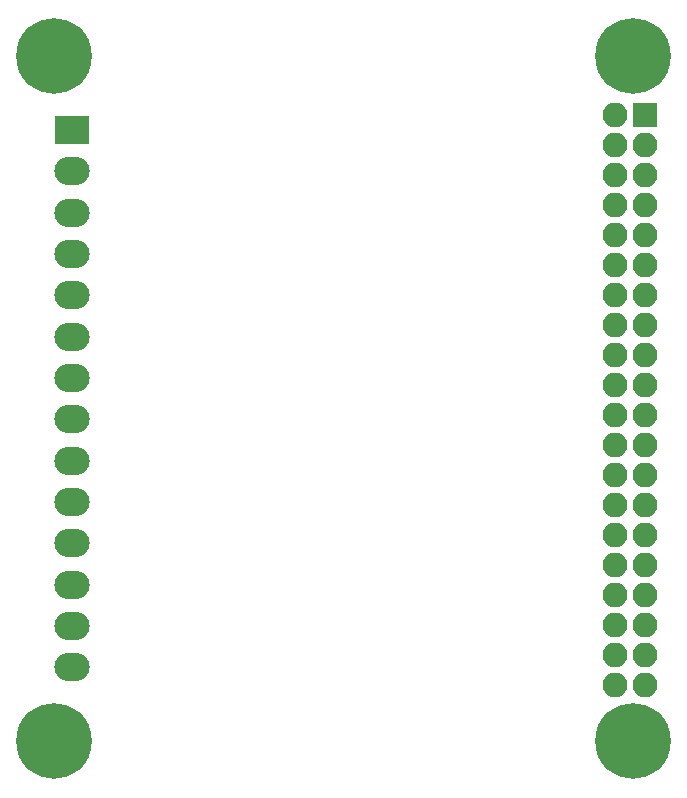
<source format=gbr>
G04 #@! TF.GenerationSoftware,KiCad,Pcbnew,5.0.0-rc3-unknown-14ce5182~65~ubuntu16.04.1*
G04 #@! TF.CreationDate,2018-07-31T19:28:55+01:00*
G04 #@! TF.ProjectId,test,746573742E6B696361645F7063620000,rev?*
G04 #@! TF.SameCoordinates,Original*
G04 #@! TF.FileFunction,Soldermask,Bot*
G04 #@! TF.FilePolarity,Negative*
%FSLAX46Y46*%
G04 Gerber Fmt 4.6, Leading zero omitted, Abs format (unit mm)*
G04 Created by KiCad (PCBNEW 5.0.0-rc3-unknown-14ce5182~65~ubuntu16.04.1) date Tue Jul 31 19:28:55 2018*
%MOMM*%
%LPD*%
G01*
G04 APERTURE LIST*
%ADD10R,3.000000X2.400000*%
%ADD11O,3.000000X2.400000*%
%ADD12C,6.400000*%
%ADD13R,2.100000X2.100000*%
%ADD14O,2.100000X2.100000*%
G04 APERTURE END LIST*
D10*
G04 #@! TO.C,J1*
X142500000Y-55500000D03*
D11*
X142500000Y-59000000D03*
X142500000Y-62500000D03*
X142500000Y-66000000D03*
X142500000Y-69500000D03*
X142500000Y-73000000D03*
X142500000Y-76500000D03*
X142500000Y-80000000D03*
X142500000Y-83500000D03*
X142500000Y-87000000D03*
X142500000Y-90500000D03*
X142500000Y-94000000D03*
X142500000Y-97500000D03*
X142500000Y-101000000D03*
G04 #@! TD*
D12*
G04 #@! TO.C,REF\002A\002A*
X141000000Y-49250000D03*
G04 #@! TD*
G04 #@! TO.C,REF\002A\002A*
X190000000Y-49250000D03*
G04 #@! TD*
G04 #@! TO.C,REF\002A\002A*
X190000000Y-107250000D03*
G04 #@! TD*
D13*
G04 #@! TO.C,RASPI_2_3_HEADER1*
X191000000Y-54250000D03*
D14*
X188460000Y-54250000D03*
X191000000Y-56790000D03*
X188460000Y-56790000D03*
X191000000Y-59330000D03*
X188460000Y-59330000D03*
X191000000Y-61870000D03*
X188460000Y-61870000D03*
X191000000Y-64410000D03*
X188460000Y-64410000D03*
X191000000Y-66950000D03*
X188460000Y-66950000D03*
X191000000Y-69490000D03*
X188460000Y-69490000D03*
X191000000Y-72030000D03*
X188460000Y-72030000D03*
X191000000Y-74570000D03*
X188460000Y-74570000D03*
X191000000Y-77110000D03*
X188460000Y-77110000D03*
X191000000Y-79650000D03*
X188460000Y-79650000D03*
X191000000Y-82190000D03*
X188460000Y-82190000D03*
X191000000Y-84730000D03*
X188460000Y-84730000D03*
X191000000Y-87270000D03*
X188460000Y-87270000D03*
X191000000Y-89810000D03*
X188460000Y-89810000D03*
X191000000Y-92350000D03*
X188460000Y-92350000D03*
X191000000Y-94890000D03*
X188460000Y-94890000D03*
X191000000Y-97430000D03*
X188460000Y-97430000D03*
X191000000Y-99970000D03*
X188460000Y-99970000D03*
X191000000Y-102510000D03*
X188460000Y-102510000D03*
G04 #@! TD*
D12*
G04 #@! TO.C,REF\002A\002A*
X141000000Y-107250000D03*
G04 #@! TD*
M02*

</source>
